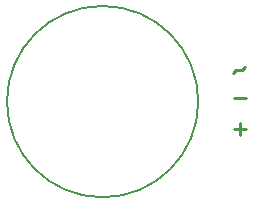
<source format=gbo>
G04*
G04 #@! TF.GenerationSoftware,Altium Limited,Altium Designer,24.7.2 (38)*
G04*
G04 Layer_Color=14737632*
%FSAX44Y44*%
%MOMM*%
G71*
G04*
G04 #@! TF.SameCoordinates,93A25BCA-29EF-4DAC-9895-B02BB0167CD6*
G04*
G04*
G04 #@! TF.FilePolarity,Positive*
G04*
G01*
G75*
%ADD12C,0.1500*%
%ADD13C,0.2540*%
D12*
X00891260Y00254000D02*
G03*
X00891260Y00254000I-00081000J00000000D01*
G01*
D13*
X00926590Y00225552D02*
X00926590Y00235709D01*
X00921512Y00230630D02*
X00931669Y00230630D01*
X00931415Y00256919D02*
X00921258Y00256919D01*
X00920496Y00278130D02*
X00923035Y00280669D01*
X00928113Y00280669D01*
X00930653Y00283208D01*
M02*

</source>
